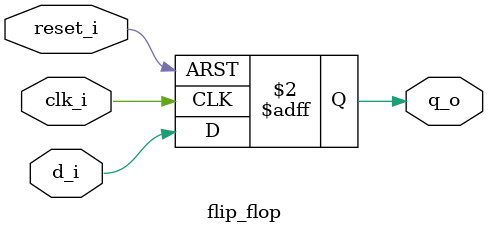
<source format=sv>
module flip_flop (
    input logic clk_i, reset_i, d_i,
    output logic q_o
);

    always_ff @(posedge clk_i or posedge reset_i) begin
        if (reset_i) begin
            q_o <= 1'b0;
        end else begin
            q_o <= d_i;
        end
    end

endmodule

</source>
